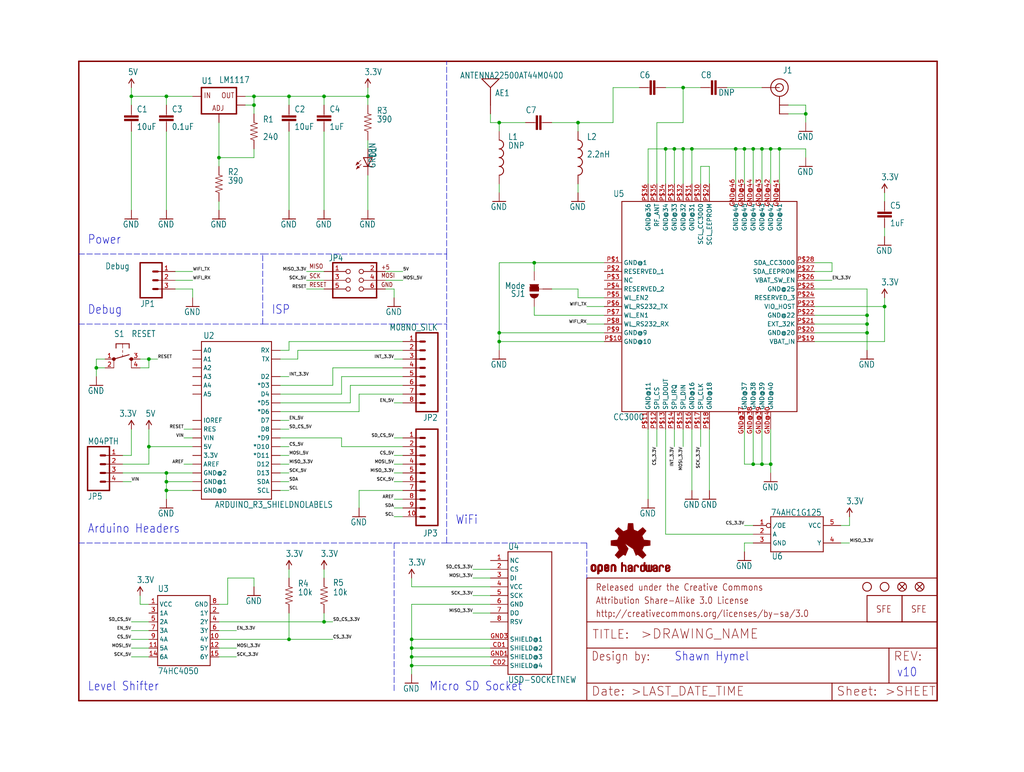
<source format=kicad_sch>
(kicad_sch (version 20211123) (generator eeschema)
  (paper "User" 297.002 223.926)
  (lib_symbols
    (symbol "eagleSchem-eagle-import:3.3V" (power)
      (property "Value" "3.3V" (at -1.016 3.556 0))
      (symbol "3.3V_1_0"
        (pin power_in line (at 0 0 90) (length 2.54) (name "3.3V") (number "1"))
      )
    )
    (symbol "eagleSchem-eagle-import:5V" (power)
      (property "Value" "5V" (at -1.016 3.556 0))
      (symbol "5V_1_0"
        (pin power_in line (at 0 0 90) (length 2.54) (name "5V") (number "1"))
      )
    )
    (symbol "eagleSchem-eagle-import:74AHC1G125"
      (property "Reference" "U" (at -7.366 -7.366 0))
      (property "Value" "74AHC1G125" (at -7.62 5.334 0))
      (symbol "74AHC1G125_1_0"
        (pin bidirectional inverted (at -12.7 2.54 0) (length 5.08) (name "/OE") (number "1"))
        (pin bidirectional line (at -12.7 0 0) (length 5.08) (name "A") (number "2"))
        (pin bidirectional line (at -12.7 -2.54 0) (length 5.08) (name "GND") (number "3"))
        (pin bidirectional line (at 12.7 -2.54 180) (length 5.08) (name "Y") (number "4"))
        (pin bidirectional line (at 12.7 2.54 180) (length 5.08) (name "VCC") (number "5"))
      )
    )
    (symbol "eagleSchem-eagle-import:ANTENNA22500AT44M0400"
      (property "Value" "ANTENNA22500AT44M0400" (at 1.27 -2.54 0))
      (symbol "ANTENNA22500AT44M0400_1_0"
        (pin bidirectional line (at 0 -5.08 90) (length 2.54) (name "SIGNAL") (number "FEED"))
      )
    )
    (symbol "eagleSchem-eagle-import:ARDUINO_R3_SHIELDNOLABELS"
      (property "Value" "ARDUINO_R3_SHIELDNOLABELS" (at -6.35 -27.94 0))
      (symbol "ARDUINO_R3_SHIELDNOLABELS_1_0"
        (pin bidirectional line (at -12.7 -12.7 0) (length 2.54) (name "3.3V") (number "3.3V"))
        (pin bidirectional line (at -12.7 -10.16 0) (length 2.54) (name "5V") (number "5V"))
        (pin bidirectional line (at -12.7 17.78 0) (length 2.54) (name "A0") (number "A0"))
        (pin bidirectional line (at -12.7 15.24 0) (length 2.54) (name "A1") (number "A1"))
        (pin bidirectional line (at -12.7 12.7 0) (length 2.54) (name "A2") (number "A2"))
        (pin bidirectional line (at -12.7 10.16 0) (length 2.54) (name "A3") (number "A3"))
        (pin bidirectional line (at -12.7 7.62 0) (length 2.54) (name "A4") (number "A4"))
        (pin bidirectional line (at -12.7 5.08 0) (length 2.54) (name "A5") (number "A5"))
        (pin bidirectional line (at -12.7 -15.24 0) (length 2.54) (name "AREF") (number "AREF"))
        (pin bidirectional line (at 12.7 -10.16 180) (length 2.54) (name "*D10") (number "D10"))
        (pin bidirectional line (at 12.7 -12.7 180) (length 2.54) (name "*D11") (number "D11"))
        (pin bidirectional line (at 12.7 -15.24 180) (length 2.54) (name "D12") (number "D12"))
        (pin bidirectional line (at 12.7 -17.78 180) (length 2.54) (name "D13") (number "D13"))
        (pin bidirectional line (at 12.7 10.16 180) (length 2.54) (name "D2") (number "D2"))
        (pin bidirectional line (at 12.7 7.62 180) (length 2.54) (name "*D3") (number "D3"))
        (pin bidirectional line (at 12.7 5.08 180) (length 2.54) (name "D4") (number "D4"))
        (pin bidirectional line (at 12.7 2.54 180) (length 2.54) (name "*D5") (number "D5"))
        (pin bidirectional line (at 12.7 0 180) (length 2.54) (name "*D6") (number "D6"))
        (pin bidirectional line (at 12.7 -2.54 180) (length 2.54) (name "D7") (number "D7"))
        (pin bidirectional line (at 12.7 -5.08 180) (length 2.54) (name "D8") (number "D8"))
        (pin bidirectional line (at 12.7 -7.62 180) (length 2.54) (name "*D9") (number "D9"))
        (pin bidirectional line (at -12.7 -22.86 0) (length 2.54) (name "GND@0") (number "GND@0"))
        (pin bidirectional line (at -12.7 -20.32 0) (length 2.54) (name "GND@1") (number "GND@1"))
        (pin bidirectional line (at -12.7 -17.78 0) (length 2.54) (name "GND@2") (number "GND@2"))
        (pin bidirectional line (at -12.7 -2.54 0) (length 2.54) (name "IOREF") (number "IOREF"))
        (pin bidirectional line (at -12.7 -5.08 0) (length 2.54) (name "RES") (number "RES"))
        (pin bidirectional line (at 12.7 17.78 180) (length 2.54) (name "RX") (number "RX"))
        (pin bidirectional line (at 12.7 -22.86 180) (length 2.54) (name "SCL") (number "SCL"))
        (pin bidirectional line (at 12.7 -20.32 180) (length 2.54) (name "SDA") (number "SDA"))
        (pin bidirectional line (at 12.7 15.24 180) (length 2.54) (name "TX") (number "TX"))
        (pin bidirectional line (at -12.7 -7.62 0) (length 2.54) (name "VIN") (number "VIN"))
      )
    )
    (symbol "eagleSchem-eagle-import:AVR_SPI_PRG_6PTH"
      (property "Reference" "J" (at -4.318 5.842 0))
      (property "Value" "AVR_SPI_PRG_6PTH" (at -4.064 -7.62 0))
      (symbol "AVR_SPI_PRG_6PTH_1_0"
        (text "+5" (at 8.89 3.048 0) (effects (font (size 1.27 1.0795)) (justify left bottom)))
        (text "GND" (at 8.89 -2.032 0) (effects (font (size 1.27 1.0795)) (justify left bottom)))
        (text "MISO" (at -11.938 3.302 0) (effects (font (size 1.27 1.0795)) (justify left bottom)))
        (text "MOSI" (at 8.89 0.635 0) (effects (font (size 1.27 1.0795)) (justify left bottom)))
        (text "RESET" (at -11.938 -2.032 0) (effects (font (size 1.27 1.0795)) (justify left bottom)))
        (text "SCK" (at -11.938 0.508 0) (effects (font (size 1.27 1.0795)) (justify left bottom)))
        (pin passive inverted (at -7.62 2.54 0) (length 7.62) (name "1") (number "1"))
        (pin passive inverted (at 10.16 2.54 180) (length 7.62) (name "2") (number "2"))
        (pin passive inverted (at -7.62 0 0) (length 7.62) (name "3") (number "3"))
        (pin passive inverted (at 10.16 0 180) (length 7.62) (name "4") (number "4"))
        (pin passive inverted (at -7.62 -2.54 0) (length 7.62) (name "5") (number "5"))
        (pin passive inverted (at 10.16 -2.54 180) (length 7.62) (name "6") (number "6"))
      )
    )
    (symbol "eagleSchem-eagle-import:CAP0603-CAP"
      (property "Reference" "C" (at 1.524 2.921 0))
      (property "Value" "CAP0603-CAP" (at 1.524 -2.159 0))
      (symbol "CAP0603-CAP_1_0"
        (pin passive line (at 0 5.08 270) (length 2.54) (name "1") (number "1"))
        (pin passive line (at 0 -2.54 90) (length 2.54) (name "2") (number "2"))
      )
    )
    (symbol "eagleSchem-eagle-import:CAP0805"
      (property "Reference" "C" (at 1.524 2.921 0))
      (property "Value" "CAP0805" (at 1.524 -2.159 0))
      (symbol "CAP0805_1_0"
        (pin passive line (at 0 5.08 270) (length 2.54) (name "1") (number "1"))
        (pin passive line (at 0 -2.54 90) (length 2.54) (name "2") (number "2"))
      )
    )
    (symbol "eagleSchem-eagle-import:CC3000"
      (property "Value" "CC3000" (at -27.94 -33.02 0))
      (symbol "CC3000_1_0"
        (pin bidirectional line (at 10.16 -35.56 90) (length 5.08) (name "GND@37") (number "GND@37"))
        (pin bidirectional line (at 12.7 -35.56 90) (length 5.08) (name "GND@38") (number "GND@38"))
        (pin bidirectional line (at 15.24 -35.56 90) (length 5.08) (name "GND@39") (number "GND@39"))
        (pin bidirectional line (at 17.78 -35.56 90) (length 5.08) (name "GND@40") (number "GND@40"))
        (pin bidirectional line (at 20.32 35.56 270) (length 5.08) (name "GND@41") (number "GND@41"))
        (pin bidirectional line (at 17.78 35.56 270) (length 5.08) (name "GND@42") (number "GND@42"))
        (pin bidirectional line (at 15.24 35.56 270) (length 5.08) (name "GND@43") (number "GND@43"))
        (pin bidirectional line (at 12.7 35.56 270) (length 5.08) (name "GND@44") (number "GND@44"))
        (pin bidirectional line (at 10.16 35.56 270) (length 5.08) (name "GND@45") (number "GND@45"))
        (pin bidirectional line (at 7.62 35.56 270) (length 5.08) (name "GND@46") (number "GND@46"))
        (pin bidirectional line (at -30.48 12.7 0) (length 5.08) (name "GND@1") (number "P$1"))
        (pin bidirectional line (at -30.48 -10.16 0) (length 5.08) (name "GND@10") (number "P$10"))
        (pin bidirectional line (at -17.78 -35.56 90) (length 5.08) (name "GND@11") (number "P$11"))
        (pin bidirectional line (at -15.24 -35.56 90) (length 5.08) (name "SPI_CS") (number "P$12"))
        (pin bidirectional line (at -12.7 -35.56 90) (length 5.08) (name "SPI_DOUT") (number "P$13"))
        (pin bidirectional line (at -10.16 -35.56 90) (length 5.08) (name "SPI_IRQ") (number "P$14"))
        (pin bidirectional line (at -7.62 -35.56 90) (length 5.08) (name "SPI_DIN") (number "P$15"))
        (pin bidirectional line (at -5.08 -35.56 90) (length 5.08) (name "GND@16") (number "P$16"))
        (pin bidirectional line (at -2.54 -35.56 90) (length 5.08) (name "SPI_CLK") (number "P$17"))
        (pin bidirectional line (at 0 -35.56 90) (length 5.08) (name "GND@18") (number "P$18"))
        (pin bidirectional line (at 30.48 -10.16 180) (length 5.08) (name "VBAT_IN") (number "P$19"))
        (pin bidirectional line (at -30.48 10.16 0) (length 5.08) (name "RESERVED_1") (number "P$2"))
        (pin bidirectional line (at 30.48 -7.62 180) (length 5.08) (name "GND@20") (number "P$20"))
        (pin bidirectional line (at 30.48 -5.08 180) (length 5.08) (name "EXT_32K") (number "P$21"))
        (pin bidirectional line (at 30.48 -2.54 180) (length 5.08) (name "GND@22") (number "P$22"))
        (pin bidirectional line (at 30.48 0 180) (length 5.08) (name "VIO_HOST") (number "P$23"))
        (pin bidirectional line (at 30.48 2.54 180) (length 5.08) (name "RESERVED_3") (number "P$24"))
        (pin bidirectional line (at 30.48 5.08 180) (length 5.08) (name "GND@25") (number "P$25"))
        (pin bidirectional line (at 30.48 7.62 180) (length 5.08) (name "VBAT_SW_EN") (number "P$26"))
        (pin bidirectional line (at 30.48 10.16 180) (length 5.08) (name "SDA_EEPROM") (number "P$27"))
        (pin bidirectional line (at 30.48 12.7 180) (length 5.08) (name "SDA_CC3000") (number "P$28"))
        (pin bidirectional line (at 0 35.56 270) (length 5.08) (name "SCL_EEPROM") (number "P$29"))
        (pin bidirectional line (at -30.48 7.62 0) (length 5.08) (name "NC") (number "P$3"))
        (pin bidirectional line (at -2.54 35.56 270) (length 5.08) (name "SCL_CC3000") (number "P$30"))
        (pin bidirectional line (at -5.08 35.56 270) (length 5.08) (name "GND@31") (number "P$31"))
        (pin bidirectional line (at -7.62 35.56 270) (length 5.08) (name "GND@32") (number "P$32"))
        (pin bidirectional line (at -10.16 35.56 270) (length 5.08) (name "GND@33") (number "P$33"))
        (pin bidirectional line (at -12.7 35.56 270) (length 5.08) (name "GND@34") (number "P$34"))
        (pin bidirectional line (at -15.24 35.56 270) (length 5.08) (name "RF_ANT") (number "P$35"))
        (pin bidirectional line (at -17.78 35.56 270) (length 5.08) (name "GND@36") (number "P$36"))
        (pin bidirectional line (at -30.48 5.08 0) (length 5.08) (name "RESERVED_2") (number "P$4"))
        (pin bidirectional line (at -30.48 2.54 0) (length 5.08) (name "WL_EN2") (number "P$5"))
        (pin bidirectional line (at -30.48 0 0) (length 5.08) (name "WL_RS232_TX") (number "P$6"))
        (pin bidirectional line (at -30.48 -2.54 0) (length 5.08) (name "WL_EN1") (number "P$7"))
        (pin bidirectional line (at -30.48 -5.08 0) (length 5.08) (name "WL_RS232_RX") (number "P$8"))
        (pin bidirectional line (at -30.48 -7.62 0) (length 5.08) (name "GND@9") (number "P$9"))
      )
    )
    (symbol "eagleSchem-eagle-import:FIDUCIAL1X2")
    (symbol "eagleSchem-eagle-import:FRAME-LETTER"
      (symbol "FRAME-LETTER_2_0"
        (text ">DRAWING_NAME" (at 15.494 17.78 0) (effects (font (size 2.7432 2.7432)) (justify left bottom)))
        (text ">LAST_DATE_TIME" (at 12.7 1.27 0) (effects (font (size 2.54 2.54)) (justify left bottom)))
        (text ">SHEET" (at 86.36 1.27 0) (effects (font (size 2.54 2.54)) (justify left bottom)))
        (text "Attribution Share-Alike 3.0 License" (at 2.54 27.94 0) (effects (font (size 1.9304 1.6408)) (justify left bottom)))
        (text "Date:" (at 1.27 1.27 0) (effects (font (size 2.54 2.54)) (justify left bottom)))
        (text "Design by:" (at 1.27 11.43 0) (effects (font (size 2.54 2.159)) (justify left bottom)))
        (text "http://creativecommons.org/licenses/by-sa/3.0" (at 2.54 24.13 0) (effects (font (size 1.9304 1.6408)) (justify left bottom)))
        (text "Released under the Creative Commons" (at 2.54 31.75 0) (effects (font (size 1.9304 1.6408)) (justify left bottom)))
        (text "REV:" (at 88.9 11.43 0) (effects (font (size 2.54 2.54)) (justify left bottom)))
        (text "Sheet:" (at 72.39 1.27 0) (effects (font (size 2.54 2.54)) (justify left bottom)))
        (text "TITLE:" (at 1.524 17.78 0) (effects (font (size 2.54 2.54)) (justify left bottom)))
      )
    )
    (symbol "eagleSchem-eagle-import:GND" (power)
      (property "Value" "GND" (at -2.54 -2.54 0))
      (symbol "GND_1_0"
        (pin power_in line (at 0 2.54 270) (length 2.54) (name "GND") (number "1"))
      )
    )
    (symbol "eagleSchem-eagle-import:HEX_CONVERTER"
      (property "Reference" "U" (at -7.62 10.16 0))
      (property "Value" "HEX_CONVERTER" (at -7.62 -12.7 0))
      (symbol "HEX_CONVERTER_1_0"
        (pin bidirectional line (at -10.16 7.62 0) (length 2.54) (name "VCC") (number "1"))
        (pin bidirectional line (at 10.16 -2.54 180) (length 2.54) (name "4Y") (number "10"))
        (pin bidirectional line (at -10.16 -5.08 0) (length 2.54) (name "5A") (number "11"))
        (pin bidirectional line (at 10.16 -5.08 180) (length 2.54) (name "5Y") (number "12"))
        (pin bidirectional line (at -10.16 -7.62 0) (length 2.54) (name "6A") (number "14"))
        (pin bidirectional line (at 10.16 -7.62 180) (length 2.54) (name "6Y") (number "15"))
        (pin bidirectional line (at 10.16 5.08 180) (length 2.54) (name "1Y") (number "2"))
        (pin bidirectional line (at -10.16 5.08 0) (length 2.54) (name "1A") (number "3"))
        (pin bidirectional line (at 10.16 2.54 180) (length 2.54) (name "2Y") (number "4"))
        (pin bidirectional line (at -10.16 2.54 0) (length 2.54) (name "2A") (number "5"))
        (pin bidirectional line (at 10.16 0 180) (length 2.54) (name "3Y") (number "6"))
        (pin bidirectional line (at -10.16 0 0) (length 2.54) (name "3A") (number "7"))
        (pin bidirectional line (at 10.16 7.62 180) (length 2.54) (name "GND") (number "8"))
        (pin bidirectional line (at -10.16 -2.54 0) (length 2.54) (name "4A") (number "9"))
      )
    )
    (symbol "eagleSchem-eagle-import:INDUCTOR0603"
      (property "Reference" "L" (at 2.54 5.08 0))
      (property "Value" "INDUCTOR0603" (at 2.54 -5.08 0))
      (symbol "INDUCTOR0603_1_0"
        (pin passive line (at 0 7.62 270) (length 2.54) (name "1") (number "1"))
        (pin passive line (at 0 -7.62 90) (length 2.54) (name "2") (number "2"))
      )
    )
    (symbol "eagleSchem-eagle-import:LED-GREEN0603"
      (property "Reference" "D" (at 3.556 -4.572 90))
      (property "Value" "LED-GREEN0603" (at 5.715 -4.572 90))
      (symbol "LED-GREEN0603_1_0"
        (pin passive line (at 0 2.54 270) (length 2.54) (name "A") (number "A"))
        (pin passive line (at 0 -5.08 90) (length 2.54) (name "C") (number "C"))
      )
    )
    (symbol "eagleSchem-eagle-import:LOGO-SFENEW"
      (symbol "LOGO-SFENEW_1_0"
        (text "SFE" (at 0 0 0) (effects (font (size 1.9304 1.6408)) (justify left bottom)))
      )
    )
    (symbol "eagleSchem-eagle-import:LOGO-SFESK"
      (symbol "LOGO-SFESK_1_0"
        (text "SFE" (at 0 0 0) (effects (font (size 1.9304 1.6408)) (justify left bottom)))
      )
    )
    (symbol "eagleSchem-eagle-import:M03PTH"
      (property "Reference" "JP" (at -2.54 5.842 0))
      (property "Value" "M03PTH" (at -2.54 -7.62 0))
      (symbol "M03PTH_1_0"
        (pin passive line (at 7.62 -2.54 180) (length 5.08) (name "1") (number "1"))
        (pin passive line (at 7.62 0 180) (length 5.08) (name "2") (number "2"))
        (pin passive line (at 7.62 2.54 180) (length 5.08) (name "3") (number "3"))
      )
    )
    (symbol "eagleSchem-eagle-import:M04PTH"
      (property "Reference" "JP" (at -5.08 8.382 0))
      (property "Value" "M04PTH" (at -5.08 -7.62 0))
      (symbol "M04PTH_1_0"
        (pin passive line (at 5.08 -2.54 180) (length 5.08) (name "1") (number "1"))
        (pin passive line (at 5.08 0 180) (length 5.08) (name "2") (number "2"))
        (pin passive line (at 5.08 2.54 180) (length 5.08) (name "3") (number "3"))
        (pin passive line (at 5.08 5.08 180) (length 5.08) (name "4") (number "4"))
      )
    )
    (symbol "eagleSchem-eagle-import:M08NO_SILK"
      (property "Reference" "JP" (at -5.08 13.462 0))
      (property "Value" "M08NO_SILK" (at -5.08 -12.7 0))
      (symbol "M08NO_SILK_1_0"
        (pin passive line (at 5.08 -7.62 180) (length 5.08) (name "1") (number "1"))
        (pin passive line (at 5.08 -5.08 180) (length 5.08) (name "2") (number "2"))
        (pin passive line (at 5.08 -2.54 180) (length 5.08) (name "3") (number "3"))
        (pin passive line (at 5.08 0 180) (length 5.08) (name "4") (number "4"))
        (pin passive line (at 5.08 2.54 180) (length 5.08) (name "5") (number "5"))
        (pin passive line (at 5.08 5.08 180) (length 5.08) (name "6") (number "6"))
        (pin passive line (at 5.08 7.62 180) (length 5.08) (name "7") (number "7"))
        (pin passive line (at 5.08 10.16 180) (length 5.08) (name "8") (number "8"))
      )
    )
    (symbol "eagleSchem-eagle-import:M10NO_SILK"
      (property "Reference" "JP" (at 0 8.89 0))
      (property "Value" "M10NO_SILK" (at 0 -22.86 0))
      (symbol "M10NO_SILK_1_0"
        (pin passive line (at 10.16 -17.78 180) (length 5.08) (name "1") (number "1"))
        (pin passive line (at 10.16 5.08 180) (length 5.08) (name "10") (number "10"))
        (pin passive line (at 10.16 -15.24 180) (length 5.08) (name "2") (number "2"))
        (pin passive line (at 10.16 -12.7 180) (length 5.08) (name "3") (number "3"))
        (pin passive line (at 10.16 -10.16 180) (length 5.08) (name "4") (number "4"))
        (pin passive line (at 10.16 -7.62 180) (length 5.08) (name "5") (number "5"))
        (pin passive line (at 10.16 -5.08 180) (length 5.08) (name "6") (number "6"))
        (pin passive line (at 10.16 -2.54 180) (length 5.08) (name "7") (number "7"))
        (pin passive line (at 10.16 0 180) (length 5.08) (name "8") (number "8"))
        (pin passive line (at 10.16 2.54 180) (length 5.08) (name "9") (number "9"))
      )
    )
    (symbol "eagleSchem-eagle-import:OSHW-LOGOS")
    (symbol "eagleSchem-eagle-import:RESISTOR0603"
      (property "Reference" "R" (at -3.81 1.4986 0))
      (property "Value" "RESISTOR0603" (at -3.81 -3.302 0))
      (symbol "RESISTOR0603_1_0"
        (pin passive line (at -5.08 0 0) (length 2.54) (name "1") (number "1"))
        (pin passive line (at 5.08 0 180) (length 2.54) (name "2") (number "2"))
      )
    )
    (symbol "eagleSchem-eagle-import:RESISTOR0603-RES"
      (property "Reference" "R" (at -3.81 1.4986 0))
      (property "Value" "RESISTOR0603-RES" (at -3.81 -3.302 0))
      (symbol "RESISTOR0603-RES_1_0"
        (pin passive line (at -5.08 0 0) (length 2.54) (name "1") (number "1"))
        (pin passive line (at 5.08 0 180) (length 2.54) (name "2") (number "2"))
      )
    )
    (symbol "eagleSchem-eagle-import:SOLDERJUMPER_2WAYPASTE1&2"
      (property "Reference" "SJ" (at 2.54 0.381 0))
      (property "Value" "SOLDERJUMPER_2WAYPASTE1&2" (at 2.54 -1.905 0))
      (symbol "SOLDERJUMPER_2WAYPASTE1&2_1_0"
        (pin passive line (at 0 5.08 270) (length 2.54) (name "1") (number "1"))
        (pin passive line (at -5.08 0 0) (length 2.54) (name "2") (number "2"))
        (pin passive line (at 0 -5.08 90) (length 2.54) (name "3") (number "3"))
      )
    )
    (symbol "eagleSchem-eagle-import:STAND-OFF")
    (symbol "eagleSchem-eagle-import:TAC_SWITCHSMD"
      (property "Reference" "S" (at -2.54 6.35 0))
      (property "Value" "TAC_SWITCHSMD" (at -2.54 -6.35 0))
      (symbol "TAC_SWITCHSMD_1_0"
        (pin passive line (at -5.08 0 0) (length 2.54) (name "1") (number "1"))
        (pin passive line (at -5.08 -2.54 0) (length 2.54) (name "2") (number "2"))
        (pin passive line (at 5.08 0 180) (length 2.54) (name "3") (number "3"))
        (pin passive line (at 5.08 -2.54 180) (length 2.54) (name "4") (number "4"))
      )
    )
    (symbol "eagleSchem-eagle-import:U.FL"
      (property "Reference" "J" (at -3.81 4.064 0))
      (symbol "U.FL_1_0"
        (pin bidirectional line (at -2.54 -5.08 0) (length 2.54) (name "GND@0") (number "P$1"))
        (pin bidirectional line (at -2.54 -7.62 0) (length 2.54) (name "GND@1") (number "P$2"))
        (pin bidirectional line (at 5.08 0 180) (length 5.08) (name "SIGNAL") (number "P$3"))
      )
    )
    (symbol "eagleSchem-eagle-import:USD-SOCKETNEW"
      (property "Reference" "U" (at -2.54 15.748 0))
      (property "Value" "USD-SOCKETNEW" (at -2.54 -22.86 0))
      (symbol "USD-SOCKETNEW_1_0"
        (pin bidirectional line (at -7.62 12.7 0) (length 5.08) (name "NC") (number "1"))
        (pin bidirectional line (at -7.62 10.16 0) (length 5.08) (name "CS") (number "2"))
        (pin bidirectional line (at -7.62 7.62 0) (length 5.08) (name "DI") (number "3"))
        (pin bidirectional line (at -7.62 5.08 0) (length 5.08) (name "VCC") (number "4"))
        (pin bidirectional line (at -7.62 2.54 0) (length 5.08) (name "SCK") (number "5"))
        (pin bidirectional line (at -7.62 0 0) (length 5.08) (name "GND") (number "6"))
        (pin bidirectional line (at -7.62 -2.54 0) (length 5.08) (name "DO") (number "7"))
        (pin bidirectional line (at -7.62 -5.08 0) (length 5.08) (name "RSV") (number "8"))
        (pin bidirectional line (at -7.62 -12.7 0) (length 5.08) (name "SHIELD@2") (number "CD1"))
        (pin bidirectional line (at -7.62 -17.78 0) (length 5.08) (name "SHIELD@4") (number "CD2"))
        (pin bidirectional line (at -7.62 -15.24 0) (length 5.08) (name "SHIELD@3") (number "GND1"))
        (pin bidirectional line (at -7.62 -10.16 0) (length 5.08) (name "SHIELD@1") (number "GND3"))
      )
    )
    (symbol "eagleSchem-eagle-import:V_REG_LM1117SOT223"
      (property "Reference" "IC" (at 2.54 -7.62 0))
      (property "Value" "V_REG_LM1117SOT223" (at 2.54 -10.16 0))
      (symbol "V_REG_LM1117SOT223_1_0"
        (text "ADJ" (at -2.032 -4.318 0) (effects (font (size 1.524 1.2954)) (justify left bottom)))
        (text "IN" (at -4.445 -0.635 0) (effects (font (size 1.524 1.2954)) (justify left bottom)))
        (text "OUT" (at 0.635 -0.635 0) (effects (font (size 1.524 1.2954)) (justify left bottom)))
        (pin input line (at 0 -7.62 90) (length 2.54) (name "ADJ") (number "1"))
        (pin output line (at 7.62 0 180) (length 2.54) (name "OUT") (number "2"))
        (pin input line (at -7.62 0 0) (length 2.54) (name "IN") (number "3"))
        (pin output line (at 7.62 -2.54 180) (length 2.54) (name "OUT@1") (number "4"))
      )
    )
  )
  (junction (at 218.44 43.18))
  (junction (at 256.54 88.9))
  (junction (at 48.26 142.24))
  (junction (at 144.78 35.56))
  (junction (at 193.04 43.18))
  (junction (at 48.26 139.7))
  (junction (at 223.52 43.18))
  (junction (at 119.38 190.5))
  (junction (at 93.98 180.34))
  (junction (at 220.98 134.62))
  (junction (at 106.68 27.94))
  (junction (at 93.98 27.94))
  (junction (at 144.78 96.52))
  (junction (at 198.12 43.18))
  (junction (at 63.5 45.72))
  (junction (at 27.94 106.68))
  (junction (at 43.18 129.54))
  (junction (at 251.46 91.44))
  (junction (at 119.38 187.96))
  (junction (at 73.66 27.94))
  (junction (at 83.82 185.42))
  (junction (at 48.26 137.16))
  (junction (at 48.26 27.94))
  (junction (at 119.38 193.04))
  (junction (at 226.06 43.18))
  (junction (at 73.66 30.48))
  (junction (at 218.44 134.62))
  (junction (at 83.82 27.94))
  (junction (at 200.66 43.18))
  (junction (at 251.46 93.98))
  (junction (at 251.46 96.52))
  (junction (at 144.78 99.06))
  (junction (at 154.94 76.2))
  (junction (at 119.38 185.42))
  (junction (at 198.12 25.4))
  (junction (at 223.52 134.62))
  (junction (at 167.64 35.56))
  (junction (at 213.36 43.18))
  (junction (at 220.98 43.18))
  (junction (at 233.68 33.02))
  (junction (at 43.18 104.14))
  (junction (at 215.9 43.18))
  (junction (at 195.58 43.18))
  (junction (at 38.1 27.94))
  (wire (pts (xy 81.28 142.24) (xy 83.82 142.24)))
  (wire (pts (xy 119.38 193.04) (xy 119.38 195.58)))
  (wire (pts (xy 38.1 132.08) (xy 38.1 124.46)))
  (wire (pts (xy 218.44 53.34) (xy 218.44 43.18)))
  (wire (pts (xy 142.24 185.42) (xy 119.38 185.42)))
  (polyline (pts (xy 129.54 93.98) (xy 129.54 157.48)))
  (wire (pts (xy 63.5 182.88) (xy 68.58 182.88)))
  (wire (pts (xy 48.26 30.48) (xy 48.26 27.94)))
  (wire (pts (xy 256.54 99.06) (xy 256.54 88.9)))
  (wire (pts (xy 50.8 81.28) (xy 55.88 81.28)))
  (wire (pts (xy 81.28 137.16) (xy 83.82 137.16)))
  (wire (pts (xy 63.5 175.26) (xy 66.04 175.26)))
  (polyline (pts (xy 129.54 157.48) (xy 170.18 157.48)))
  (wire (pts (xy 256.54 55.88) (xy 256.54 58.42)))
  (wire (pts (xy 198.12 124.46) (xy 198.12 129.54)))
  (wire (pts (xy 220.98 43.18) (xy 223.52 43.18)))
  (wire (pts (xy 256.54 66.04) (xy 256.54 68.58)))
  (wire (pts (xy 73.66 30.48) (xy 73.66 33.02)))
  (wire (pts (xy 83.82 99.06) (xy 116.84 99.06)))
  (wire (pts (xy 86.36 101.6) (xy 116.84 101.6)))
  (wire (pts (xy 154.94 91.44) (xy 175.26 91.44)))
  (wire (pts (xy 220.98 53.34) (xy 220.98 43.18)))
  (wire (pts (xy 83.82 101.6) (xy 83.82 99.06)))
  (wire (pts (xy 142.24 172.72) (xy 137.16 172.72)))
  (wire (pts (xy 73.66 43.18) (xy 73.66 45.72)))
  (wire (pts (xy 106.68 25.4) (xy 106.68 27.94)))
  (wire (pts (xy 144.78 76.2) (xy 144.78 96.52)))
  (wire (pts (xy 55.88 127) (xy 53.34 127)))
  (wire (pts (xy 193.04 154.94) (xy 193.04 124.46)))
  (wire (pts (xy 236.22 99.06) (xy 256.54 99.06)))
  (wire (pts (xy 43.18 175.26) (xy 40.64 175.26)))
  (wire (pts (xy 27.94 104.14) (xy 27.94 106.68)))
  (wire (pts (xy 73.66 167.64) (xy 73.66 170.18)))
  (wire (pts (xy 218.44 152.4) (xy 215.9 152.4)))
  (wire (pts (xy 104.14 119.38) (xy 104.14 114.3)))
  (wire (pts (xy 251.46 93.98) (xy 251.46 96.52)))
  (wire (pts (xy 43.18 129.54) (xy 43.18 124.46)))
  (wire (pts (xy 83.82 177.8) (xy 83.82 185.42)))
  (wire (pts (xy 35.56 132.08) (xy 38.1 132.08)))
  (wire (pts (xy 111.76 78.74) (xy 116.84 78.74)))
  (wire (pts (xy 40.64 175.26) (xy 40.64 172.72)))
  (wire (pts (xy 200.66 53.34) (xy 200.66 43.18)))
  (wire (pts (xy 63.5 190.5) (xy 68.58 190.5)))
  (wire (pts (xy 81.28 127) (xy 99.06 127)))
  (wire (pts (xy 116.84 104.14) (xy 114.3 104.14)))
  (wire (pts (xy 195.58 124.46) (xy 195.58 129.54)))
  (wire (pts (xy 175.26 88.9) (xy 170.18 88.9)))
  (wire (pts (xy 116.84 134.62) (xy 114.3 134.62)))
  (wire (pts (xy 48.26 38.1) (xy 48.26 60.96)))
  (wire (pts (xy 218.44 124.46) (xy 218.44 134.62)))
  (wire (pts (xy 83.82 27.94) (xy 93.98 27.94)))
  (wire (pts (xy 55.88 83.82) (xy 55.88 86.36)))
  (wire (pts (xy 142.24 190.5) (xy 119.38 190.5)))
  (wire (pts (xy 190.5 35.56) (xy 198.12 35.56)))
  (wire (pts (xy 251.46 83.82) (xy 251.46 91.44)))
  (wire (pts (xy 213.36 53.34) (xy 213.36 43.18)))
  (wire (pts (xy 81.28 139.7) (xy 83.82 139.7)))
  (polyline (pts (xy 76.2 93.98) (xy 76.2 73.66)))
  (wire (pts (xy 223.52 134.62) (xy 223.52 124.46)))
  (wire (pts (xy 256.54 88.9) (xy 256.54 86.36)))
  (wire (pts (xy 63.5 185.42) (xy 83.82 185.42)))
  (wire (pts (xy 106.68 50.8) (xy 106.68 60.96)))
  (wire (pts (xy 35.56 137.16) (xy 48.26 137.16)))
  (wire (pts (xy 215.9 43.18) (xy 218.44 43.18)))
  (wire (pts (xy 223.52 134.62) (xy 223.52 137.16)))
  (wire (pts (xy 63.5 45.72) (xy 63.5 48.26)))
  (wire (pts (xy 43.18 180.34) (xy 38.1 180.34)))
  (wire (pts (xy 203.2 124.46) (xy 203.2 129.54)))
  (polyline (pts (xy 114.3 157.48) (xy 114.3 200.66)))
  (wire (pts (xy 55.88 134.62) (xy 53.34 134.62)))
  (wire (pts (xy 63.5 58.42) (xy 63.5 60.96)))
  (wire (pts (xy 116.84 116.84) (xy 114.3 116.84)))
  (wire (pts (xy 116.84 149.86) (xy 114.3 149.86)))
  (wire (pts (xy 236.22 81.28) (xy 241.3 81.28)))
  (wire (pts (xy 86.36 104.14) (xy 86.36 101.6)))
  (polyline (pts (xy 22.86 157.48) (xy 114.3 157.48)))
  (wire (pts (xy 55.88 137.16) (xy 48.26 137.16)))
  (wire (pts (xy 38.1 30.48) (xy 38.1 27.94)))
  (wire (pts (xy 30.48 106.68) (xy 27.94 106.68)))
  (wire (pts (xy 215.9 124.46) (xy 215.9 134.62)))
  (wire (pts (xy 99.06 114.3) (xy 99.06 109.22)))
  (wire (pts (xy 193.04 43.18) (xy 195.58 43.18)))
  (wire (pts (xy 167.64 35.56) (xy 160.02 35.56)))
  (wire (pts (xy 71.12 30.48) (xy 73.66 30.48)))
  (wire (pts (xy 144.78 53.34) (xy 144.78 55.88)))
  (wire (pts (xy 233.68 30.48) (xy 233.68 33.02)))
  (wire (pts (xy 218.44 43.18) (xy 220.98 43.18)))
  (wire (pts (xy 27.94 106.68) (xy 27.94 109.22)))
  (wire (pts (xy 81.28 129.54) (xy 83.82 129.54)))
  (wire (pts (xy 215.9 53.34) (xy 215.9 43.18)))
  (wire (pts (xy 71.12 27.94) (xy 73.66 27.94)))
  (wire (pts (xy 30.48 104.14) (xy 27.94 104.14)))
  (wire (pts (xy 205.74 142.24) (xy 205.74 124.46)))
  (wire (pts (xy 66.04 167.64) (xy 73.66 167.64)))
  (wire (pts (xy 81.28 124.46) (xy 83.82 124.46)))
  (wire (pts (xy 43.18 134.62) (xy 43.18 129.54)))
  (wire (pts (xy 241.3 76.2) (xy 241.3 78.74)))
  (wire (pts (xy 55.88 139.7) (xy 48.26 139.7)))
  (wire (pts (xy 93.98 180.34) (xy 96.52 180.34)))
  (wire (pts (xy 218.44 134.62) (xy 220.98 134.62)))
  (wire (pts (xy 43.18 104.14) (xy 45.72 104.14)))
  (wire (pts (xy 187.96 53.34) (xy 187.96 43.18)))
  (wire (pts (xy 93.98 83.82) (xy 88.9 83.82)))
  (wire (pts (xy 48.26 139.7) (xy 48.26 142.24)))
  (wire (pts (xy 200.66 43.18) (xy 213.36 43.18)))
  (wire (pts (xy 142.24 165.1) (xy 137.16 165.1)))
  (polyline (pts (xy 76.2 73.66) (xy 129.54 73.66)))
  (wire (pts (xy 228.6 30.48) (xy 233.68 30.48)))
  (wire (pts (xy 142.24 175.26) (xy 119.38 175.26)))
  (wire (pts (xy 175.26 96.52) (xy 144.78 96.52)))
  (wire (pts (xy 226.06 43.18) (xy 233.68 43.18)))
  (wire (pts (xy 198.12 35.56) (xy 198.12 25.4)))
  (wire (pts (xy 93.98 30.48) (xy 93.98 27.94)))
  (wire (pts (xy 63.5 180.34) (xy 93.98 180.34)))
  (wire (pts (xy 116.84 127) (xy 114.3 127)))
  (wire (pts (xy 93.98 177.8) (xy 93.98 180.34)))
  (wire (pts (xy 116.84 147.32) (xy 114.3 147.32)))
  (wire (pts (xy 154.94 76.2) (xy 144.78 76.2)))
  (wire (pts (xy 154.94 88.9) (xy 154.94 91.44)))
  (wire (pts (xy 99.06 129.54) (xy 116.84 129.54)))
  (wire (pts (xy 223.52 43.18) (xy 226.06 43.18)))
  (polyline (pts (xy 170.18 157.48) (xy 170.18 167.64)))
  (wire (pts (xy 81.28 109.22) (xy 83.82 109.22)))
  (wire (pts (xy 210.82 25.4) (xy 220.98 25.4)))
  (wire (pts (xy 152.4 35.56) (xy 144.78 35.56)))
  (wire (pts (xy 203.2 53.34) (xy 203.2 48.26)))
  (wire (pts (xy 236.22 76.2) (xy 241.3 76.2)))
  (wire (pts (xy 116.84 137.16) (xy 114.3 137.16)))
  (wire (pts (xy 81.28 101.6) (xy 83.82 101.6)))
  (polyline (pts (xy 114.3 157.48) (xy 129.54 157.48)))
  (wire (pts (xy 144.78 99.06) (xy 144.78 101.6)))
  (wire (pts (xy 175.26 76.2) (xy 154.94 76.2)))
  (wire (pts (xy 43.18 185.42) (xy 38.1 185.42)))
  (wire (pts (xy 116.84 142.24) (xy 104.14 142.24)))
  (wire (pts (xy 116.84 132.08) (xy 114.3 132.08)))
  (wire (pts (xy 116.84 139.7) (xy 114.3 139.7)))
  (wire (pts (xy 218.44 157.48) (xy 215.9 157.48)))
  (wire (pts (xy 119.38 170.18) (xy 119.38 167.64)))
  (wire (pts (xy 81.28 114.3) (xy 99.06 114.3)))
  (wire (pts (xy 236.22 83.82) (xy 251.46 83.82)))
  (wire (pts (xy 83.82 27.94) (xy 83.82 30.48)))
  (polyline (pts (xy 129.54 73.66) (xy 129.54 93.98)))
  (wire (pts (xy 167.64 86.36) (xy 167.64 83.82)))
  (wire (pts (xy 144.78 35.56) (xy 142.24 35.56)))
  (wire (pts (xy 220.98 134.62) (xy 223.52 134.62)))
  (wire (pts (xy 104.14 114.3) (xy 116.84 114.3)))
  (wire (pts (xy 55.88 124.46) (xy 53.34 124.46)))
  (wire (pts (xy 63.5 187.96) (xy 68.58 187.96)))
  (wire (pts (xy 215.9 134.62) (xy 218.44 134.62)))
  (wire (pts (xy 83.82 38.1) (xy 83.82 60.96)))
  (wire (pts (xy 81.28 121.92) (xy 83.82 121.92)))
  (wire (pts (xy 43.18 106.68) (xy 43.18 104.14)))
  (wire (pts (xy 205.74 48.26) (xy 205.74 53.34)))
  (wire (pts (xy 236.22 93.98) (xy 251.46 93.98)))
  (wire (pts (xy 83.82 167.64) (xy 83.82 165.1)))
  (wire (pts (xy 104.14 142.24) (xy 104.14 147.32)))
  (wire (pts (xy 81.28 111.76) (xy 96.52 111.76)))
  (wire (pts (xy 226.06 53.34) (xy 226.06 43.18)))
  (wire (pts (xy 48.26 142.24) (xy 48.26 144.78)))
  (wire (pts (xy 195.58 53.34) (xy 195.58 43.18)))
  (wire (pts (xy 215.9 157.48) (xy 215.9 160.02)))
  (wire (pts (xy 198.12 53.34) (xy 198.12 43.18)))
  (wire (pts (xy 101.6 116.84) (xy 101.6 111.76)))
  (wire (pts (xy 198.12 25.4) (xy 193.04 25.4)))
  (polyline (pts (xy 129.54 73.66) (xy 129.54 17.78)))
  (wire (pts (xy 251.46 96.52) (xy 251.46 101.6)))
  (wire (pts (xy 93.98 27.94) (xy 106.68 27.94)))
  (wire (pts (xy 243.84 157.48) (xy 246.38 157.48)))
  (wire (pts (xy 55.88 129.54) (xy 43.18 129.54)))
  (wire (pts (xy 63.5 35.56) (xy 63.5 45.72)))
  (wire (pts (xy 142.24 35.56) (xy 142.24 33.02)))
  (wire (pts (xy 81.28 132.08) (xy 83.82 132.08)))
  (wire (pts (xy 43.18 190.5) (xy 38.1 190.5)))
  (wire (pts (xy 43.18 187.96) (xy 38.1 187.96)))
  (wire (pts (xy 119.38 187.96) (xy 119.38 190.5)))
  (wire (pts (xy 200.66 124.46) (xy 200.66 142.24)))
  (wire (pts (xy 243.84 152.4) (xy 246.38 152.4)))
  (wire (pts (xy 38.1 38.1) (xy 38.1 60.96)))
  (wire (pts (xy 203.2 48.26) (xy 205.74 48.26)))
  (wire (pts (xy 81.28 104.14) (xy 86.36 104.14)))
  (wire (pts (xy 175.26 93.98) (xy 170.18 93.98)))
  (wire (pts (xy 228.6 33.02) (xy 233.68 33.02)))
  (wire (pts (xy 218.44 154.94) (xy 193.04 154.94)))
  (wire (pts (xy 190.5 53.34) (xy 190.5 35.56)))
  (wire (pts (xy 50.8 78.74) (xy 55.88 78.74)))
  (wire (pts (xy 96.52 111.76) (xy 96.52 106.68)))
  (wire (pts (xy 73.66 27.94) (xy 73.66 30.48)))
  (wire (pts (xy 198.12 43.18) (xy 200.66 43.18)))
  (wire (pts (xy 93.98 167.64) (xy 93.98 165.1)))
  (wire (pts (xy 50.8 83.82) (xy 55.88 83.82)))
  (wire (pts (xy 40.64 106.68) (xy 43.18 106.68)))
  (wire (pts (xy 193.04 53.34) (xy 193.04 43.18)))
  (wire (pts (xy 81.28 134.62) (xy 83.82 134.62)))
  (wire (pts (xy 101.6 111.76) (xy 116.84 111.76)))
  (wire (pts (xy 190.5 124.46) (xy 190.5 129.54)))
  (wire (pts (xy 195.58 43.18) (xy 198.12 43.18)))
  (wire (pts (xy 144.78 35.56) (xy 144.78 38.1)))
  (wire (pts (xy 99.06 109.22) (xy 116.84 109.22)))
  (wire (pts (xy 175.26 86.36) (xy 167.64 86.36)))
  (wire (pts (xy 106.68 27.94) (xy 106.68 30.48)))
  (wire (pts (xy 111.76 83.82) (xy 114.3 83.82)))
  (wire (pts (xy 48.26 137.16) (xy 48.26 139.7)))
  (wire (pts (xy 142.24 170.18) (xy 119.38 170.18)))
  (wire (pts (xy 220.98 124.46) (xy 220.98 134.62)))
  (wire (pts (xy 73.66 45.72) (xy 63.5 45.72)))
  (wire (pts (xy 73.66 27.94) (xy 83.82 27.94)))
  (wire (pts (xy 175.26 99.06) (xy 144.78 99.06)))
  (wire (pts (xy 48.26 27.94) (xy 55.88 27.94)))
  (wire (pts (xy 144.78 96.52) (xy 144.78 99.06)))
  (wire (pts (xy 187.96 43.18) (xy 193.04 43.18)))
  (wire (pts (xy 203.2 25.4) (xy 198.12 25.4)))
  (wire (pts (xy 96.52 106.68) (xy 116.84 106.68)))
  (wire (pts (xy 223.52 53.34) (xy 223.52 43.18)))
  (wire (pts (xy 236.22 91.44) (xy 251.46 91.44)))
  (wire (pts (xy 93.98 38.1) (xy 93.98 60.96)))
  (polyline (pts (xy 22.86 93.98) (xy 76.2 93.98)))
  (wire (pts (xy 116.84 144.78) (xy 114.3 144.78)))
  (wire (pts (xy 154.94 78.74) (xy 154.94 76.2)))
  (wire (pts (xy 119.38 190.5) (xy 119.38 193.04)))
  (wire (pts (xy 177.8 35.56) (xy 177.8 25.4)))
  (wire (pts (xy 99.06 127) (xy 99.06 129.54)))
  (wire (pts (xy 81.28 116.84) (xy 101.6 116.84)))
  (wire (pts (xy 81.28 119.38) (xy 104.14 119.38)))
  (wire (pts (xy 114.3 83.82) (xy 114.3 86.36)))
  (wire (pts (xy 38.1 27.94) (xy 48.26 27.94)))
  (wire (pts (xy 241.3 78.74) (xy 236.22 78.74)))
  (wire (pts (xy 119.38 185.42) (xy 119.38 187.96)))
  (wire (pts (xy 66.04 175.26) (xy 66.04 167.64)))
  (wire (pts (xy 83.82 185.42) (xy 96.52 185.42)))
  (wire (pts (xy 187.96 124.46) (xy 187.96 144.78)))
  (wire (pts (xy 119.38 175.26) (xy 119.38 185.42)))
  (polyline (pts (xy 22.86 73.66) (xy 76.2 73.66)))
  (wire (pts (xy 167.64 38.1) (xy 167.64 35.56)))
  (wire (pts (xy 55.88 142.24) (xy 48.26 142.24)))
  (wire (pts (xy 233.68 43.18) (xy 233.68 45.72)))
  (wire (pts (xy 167.64 83.82) (xy 160.02 83.82)))
  (wire (pts (xy 35.56 139.7) (xy 38.1 139.7)))
  (wire (pts (xy 111.76 81.28) (xy 116.84 81.28)))
  (wire (pts (xy 43.18 182.88) (xy 38.1 182.88)))
  (wire (pts (xy 35.56 134.62) (xy 43.18 134.62)))
  (wire (pts (xy 142.24 193.04) (xy 119.38 193.04)))
  (wire (pts (xy 236.22 88.9) (xy 256.54 88.9)))
  (wire (pts (xy 93.98 81.28) (xy 88.9 81.28)))
  (wire (pts (xy 142.24 187.96) (xy 119.38 187.96)))
  (wire (pts (xy 167.64 35.56) (xy 177.8 35.56)))
  (wire (pts (xy 142.24 167.64) (xy 137.16 167.64)))
  (wire (pts (xy 38.1 27.94) (xy 38.1 25.4)))
  (wire (pts (xy 251.46 91.44) (xy 251.46 93.98)))
  (wire (pts (xy 177.8 25.4) (xy 185.42 25.4)))
  (wire (pts (xy 233.68 33.02) (xy 233.68 35.56)))
  (polyline (pts (xy 76.2 93.98) (xy 129.54 93.98)))
  (wire (pts (xy 106.68 40.64) (xy 106.68 43.18)))
  (wire (pts (xy 142.24 177.8) (xy 137.16 177.8)))
  (wire (pts (xy 213.36 43.18) (xy 215.9 43.18)))
  (wire (pts (xy 40.64 104.14) (xy 43.18 104.14)))
  (wire (pts (xy 236.22 96.52) (xy 251.46 96.52)))
  (wire (pts (xy 246.38 152.4) (xy 246.38 149.86)))
  (wire (pts (xy 93.98 78.74) (xy 88.9 78.74)))
  (wire (pts (xy 167.64 53.34) (xy 167.64 55.88)))
  (text "Power" (at 25.4 71.12 180) (effects (font (size 2.54 2.159)) (justify left bottom)))
  (text "Micro SD Socket" (at 124.46 200.66 180) (effects (font (size 2.54 2.159)) (justify left bottom)))
  (text "Shawn Hymel" (at 195.58 190.5 180) (effects (font (size 2.54 2.159)) (justify left)))
  (text "Level Shifter" (at 25.4 200.66 180) (effects (font (size 2.54 2.159)) (justify left bottom)))
  (text "v10" (at 260.096 196.596 180) (effects (font (size 2.54 2.159)) (justify left bottom)))
  (text "ISP" (at 78.74 91.44 180) (effects (font (size 2.54 2.159)) (justify left bottom)))
  (text "Arduino Headers" (at 25.4 154.94 180) (effects (font (size 2.54 2.159)) (justify left bottom)))
  (text "WiFi" (at 132.08 152.4 180) (effects (font (size 2.54 2.159)) (justify left bottom)))
  (text "Debug" (at 25.4 91.44 180) (effects (font (size 2.54 2.159)) (justify left bottom)))
  (label "SD_CS_3.3V" (at 137.16 165.1 180) (effects (font (size 0.889 0.889))))
  (label "INT_3.3V" (at 83.82 109.22 0) (effects (font (size 0.889 0.889))))
  (label "SDA" (at 114.3 147.32 180) (effects (font (size 0.889 0.889))))
  (label "SCL" (at 83.82 142.24 0) (effects (font (size 0.889 0.889))))
  (label "SD_CS_5V" (at 83.82 124.46 0) (effects (font (size 0.889 0.889))))
  (label "MISO_3.3V" (at 88.9 78.74 180) (effects (font (size 0.889 0.889))))
  (label "SD_CS_5V" (at 38.1 180.34 180) (effects (font (size 0.889 0.889))))
  (label "EN_5V" (at 114.3 116.84 180) (effects (font (size 0.889 0.889))))
  (label "5V" (at 116.84 78.74 0) (effects (font (size 0.889 0.889))))
  (label "MOSI_3.3V" (at 68.58 187.96 0) (effects (font (size 0.889 0.889))))
  (label "MISO_3.3V" (at 114.3 137.16 180) (effects (font (size 0.889 0.889))))
  (label "SD_CS_5V" (at 114.3 127 180) (effects (font (size 0.889 0.889))))
  (label "AREF" (at 114.3 144.78 180) (effects (font (size 0.889 0.889))))
  (label "SD_CS_3.3V" (at 96.52 180.34 0) (effects (font (size 0.889 0.889))))
  (label "MOSI_5V" (at 38.1 187.96 180) (effects (font (size 0.889 0.889))))
  (label "SCK_3.3V" (at 68.58 190.5 0) (effects (font (size 0.889 0.889))))
  (label "EN_5V" (at 38.1 182.88 180) (effects (font (size 0.889 0.889))))
  (label "MOSI_3.3V" (at 137.16 167.64 180) (effects (font (size 0.889 0.889))))
  (label "AREF" (at 53.34 134.62 180) (effects (font (size 0.889 0.889))))
  (label "CS_3.3V" (at 190.5 129.54 270) (effects (font (size 0.889 0.889))))
  (label "MOSI_5V" (at 116.84 81.28 0) (effects (font (size 0.889 0.889))))
  (label "VIN" (at 53.34 127 180) (effects (font (size 0.889 0.889))))
  (label "EN_3.3V" (at 241.3 81.28 0) (effects (font (size 0.889 0.889))))
  (label "MISO_3.3V" (at 83.82 134.62 0) (effects (font (size 0.889 0.889))))
  (label "INT_3.3V" (at 114.3 104.14 180) (effects (font (size 0.889 0.889))))
  (label "CS_5V" (at 114.3 132.08 180) (effects (font (size 0.889 0.889))))
  (label "MISO_3.3V" (at 246.38 157.48 0) (effects (font (size 0.889 0.889))))
  (label "SCK_5V" (at 114.3 139.7 180) (effects (font (size 0.889 0.889))))
  (label "CS_3.3V" (at 96.52 185.42 0) (effects (font (size 0.889 0.889))))
  (label "WIFI_RX" (at 170.18 93.98 180) (effects (font (size 0.889 0.889))))
  (label "MOSI_5V" (at 83.82 132.08 0) (effects (font (size 0.889 0.889))))
  (label "SCK_3.3V" (at 203.2 129.54 270) (effects (font (size 0.889 0.889))))
  (label "EN_3.3V" (at 68.58 182.88 0) (effects (font (size 0.889 0.889))))
  (label "SDA" (at 83.82 139.7 0) (effects (font (size 0.889 0.889))))
  (label "SCK_5V" (at 83.82 137.16 0) (effects (font (size 0.889 0.889))))
  (label "MOSI_5V" (at 114.3 134.62 180) (effects (font (size 0.889 0.889))))
  (label "EN_5V" (at 83.82 121.92 0) (effects (font (size 0.889 0.889))))
  (label "WIFI_TX" (at 170.18 88.9 180) (effects (font (size 0.889 0.889))))
  (label "MISO_3.3V" (at 137.16 177.8 180) (effects (font (size 0.889 0.889))))
  (label "SCK_3.3V" (at 137.16 172.72 180) (effects (font (size 0.889 0.889))))
  (label "RESET" (at 53.34 124.46 180) (effects (font (size 0.889 0.889))))
  (label "CS_5V" (at 38.1 185.42 180) (effects (font (size 0.889 0.889))))
  (label "SCL" (at 114.3 149.86 180) (effects (font (size 0.889 0.889))))
  (label "INT_3.3V" (at 195.58 129.54 270) (effects (font (size 0.889 0.889))))
  (label "RESET" (at 45.72 104.14 0) (effects (font (size 0.889 0.889))))
  (label "WIFI_TX" (at 55.88 78.74 0) (effects (font (size 0.889 0.889))))
  (label "VIN" (at 38.1 139.7 0) (effects (font (size 0.889 0.889))))
  (label "SCK_5V" (at 88.9 81.28 180) (effects (font (size 0.889 0.889))))
  (label "CS_5V" (at 83.82 129.54 0) (effects (font (size 0.889 0.889))))
  (label "SCK_5V" (at 38.1 190.5 180) (effects (font (size 0.889 0.889))))
  (label "CS_3.3V" (at 215.9 152.4 180) (effects (font (size 0.889 0.889))))
  (label "RESET" (at 88.9 83.82 180) (effects (font (size 0.889 0.889))))
  (label "WIFI_RX" (at 55.88 81.28 0) (effects (font (size 0.889 0.889))))
  (label "MOSI_3.3V" (at 198.12 129.54 270) (effects (font (size 0.889 0.889))))
  (symbol (lib_id "eagleSchem-eagle-import:M10NO_SILK") (at 127 144.78 180) (unit 1)
    (property "Reference" "JP3" (at 127 153.67 0) (effects (font (size 1.778 1.5113)) (justify left bottom)))
    (property "Value" "M10NO_SILK" (effects hide))
    (property "Footprint" "eagleSchem:1X10_NO_SILK" (effects hide))
  )
  (symbol (lib_id "eagleSchem-eagle-import:CAP0603-CAP") (at 48.26 35.56 0) (unit 1)
    (property "Reference" "C3" (at 49.784 32.639 0) (effects (font (size 1.778 1.5113)) (justify left bottom)))
    (property "Value" "0.1uF" (at 49.784 37.719 0) (effects (font (size 1.778 1.5113)) (justify left bottom)))
    (property "Footprint" "eagleSchem:0603-CAP" (effects hide))
  )
  (symbol (lib_id "eagleSchem-eagle-import:V_REG_LM1117SOT223") (at 63.5 27.94 0) (unit 1)
    (property "Reference" "U1" (at 58.42 24.384 0) (effects (font (size 1.778 1.5113)) (justify left bottom)))
    (property "Value" "LM1117" (at 63.5 24.13 0) (effects (font (size 1.778 1.5113)) (justify left bottom)))
    (property "Footprint" "eagleSchem:SOT223" (effects hide))
  )
  (symbol (lib_id "eagleSchem-eagle-import:U.FL") (at 226.06 25.4 0) (mirror y) (unit 1)
    (property "Reference" "J1" (at 229.87 21.336 0) (effects (font (size 1.778 1.5113)) (justify left bottom)))
    (property "Value" "U.FL" (effects hide))
    (property "Footprint" "eagleSchem:U.FL" (effects hide))
  )
  (symbol (lib_id "eagleSchem-eagle-import:LOGO-SFESK") (at 254 177.8 0) (unit 1)
    (property "Reference" "LOGO3" (effects hide))
    (property "Value" "LOGO-SFESK" (effects hide))
    (property "Footprint" "eagleSchem:SFE-LOGO-FLAME" (effects hide))
  )
  (symbol (lib_id "eagleSchem-eagle-import:ANTENNA22500AT44M0400") (at 142.24 27.94 0) (unit 1)
    (property "Reference" "AE1" (at 143.51 27.94 0) (effects (font (size 1.778 1.5113)) (justify left bottom)))
    (property "Value" "ANTENNA22500AT44M0400" (at 133.35 22.86 0) (effects (font (size 1.778 1.5113)) (justify left bottom)))
    (property "Footprint" "eagleSchem:ANTENNA-CHIP_2500AT44M0400" (effects hide))
  )
  (symbol (lib_id "eagleSchem-eagle-import:GND") (at 167.64 58.42 0) (unit 1)
    (property "Reference" "#GND17" (effects hide))
    (property "Value" "GND" (at 165.1 60.96 0) (effects (font (size 1.778 1.5113)) (justify left bottom)))
    (property "Footprint" "eagleSchem:" (effects hide))
  )
  (symbol (lib_id "eagleSchem-eagle-import:STAND-OFF") (at 256.54 170.18 0) (unit 1)
    (property "Reference" "STANDOFF1" (effects hide))
    (property "Value" "STAND-OFF" (effects hide))
    (property "Footprint" "eagleSchem:STAND-OFF" (effects hide))
  )
  (symbol (lib_id "eagleSchem-eagle-import:GND") (at 251.46 104.14 0) (unit 1)
    (property "Reference" "#GND13" (effects hide))
    (property "Value" "GND" (at 248.92 106.68 0) (effects (font (size 1.778 1.5113)) (justify left bottom)))
    (property "Footprint" "eagleSchem:" (effects hide))
  )
  (symbol (lib_id "eagleSchem-eagle-import:GND") (at 144.78 104.14 0) (unit 1)
    (property "Reference" "#GND10" (effects hide))
    (property "Value" "GND" (at 142.24 106.68 0) (effects (font (size 1.778 1.5113)) (justify left bottom)))
    (property "Footprint" "eagleSchem:" (effects hide))
  )
  (symbol (lib_id "eagleSchem-eagle-import:5V") (at 43.18 124.46 0) (unit 1)
    (property "Reference" "#SUPPLY3" (effects hide))
    (property "Value" "5V" (at 42.164 120.904 0) (effects (font (size 1.778 1.5113)) (justify left bottom)))
    (property "Footprint" "eagleSchem:" (effects hide))
  )
  (symbol (lib_id "eagleSchem-eagle-import:GND") (at 27.94 111.76 0) (unit 1)
    (property "Reference" "#GND8" (effects hide))
    (property "Value" "GND" (at 25.4 114.3 0) (effects (font (size 1.778 1.5113)) (justify left bottom)))
    (property "Footprint" "eagleSchem:" (effects hide))
  )
  (symbol (lib_id "eagleSchem-eagle-import:CAP0603-CAP") (at 157.48 35.56 90) (unit 1)
    (property "Reference" "C7" (at 152.4 32.893 90) (effects (font (size 1.778 1.5113)) (justify right top)))
    (property "Value" "2.2pF" (at 157.48 40.513 90) (effects (font (size 1.778 1.5113)) (justify right top)))
    (property "Footprint" "eagleSchem:0603-CAP" (effects hide))
    (property "Value" "2.2pF" (effects hide))
    (property "Value" "2.2pF" (effects hide))
  )
  (symbol (lib_id "eagleSchem-eagle-import:ARDUINO_R3_SHIELDNOLABELS") (at 68.58 119.38 0) (unit 1)
    (property "Reference" "U2" (at 58.928 98.298 0) (effects (font (size 1.778 1.5113)) (justify left bottom)))
    (property "Value" "ARDUINO_R3_SHIELDNOLABELS" (at 62.23 147.32 0) (effects (font (size 1.778 1.5113)) (justify left bottom)))
    (property "Footprint" "eagleSchem:UNO_R3_SHIELD_NOLABELS" (effects hide))
  )
  (symbol (lib_id "eagleSchem-eagle-import:3.3V") (at 256.54 55.88 0) (unit 1)
    (property "Reference" "#SUPPLY7" (effects hide))
    (property "Value" "3.3V" (at 255.524 52.324 0) (effects (font (size 1.778 1.5113)) (justify left bottom)))
    (property "Footprint" "eagleSchem:" (effects hide))
  )
  (symbol (lib_id "eagleSchem-eagle-import:GND") (at 93.98 63.5 0) (unit 1)
    (property "Reference" "#GND5" (effects hide))
    (property "Value" "GND" (at 91.44 66.04 0) (effects (font (size 1.778 1.5113)) (justify left bottom)))
    (property "Footprint" "eagleSchem:" (effects hide))
  )
  (symbol (lib_id "eagleSchem-eagle-import:AVR_SPI_PRG_6PTH") (at 101.6 81.28 0) (unit 1)
    (property "Reference" "JP4" (at 95.25 75.819 0) (effects (font (size 1.778 1.5113)) (justify left bottom)))
    (property "Value" "AVR_SPI_PRG_6PTH" (effects hide))
    (property "Footprint" "eagleSchem:2X3" (effects hide))
  )
  (symbol (lib_id "eagleSchem-eagle-import:CAP0805") (at 256.54 63.5 0) (unit 1)
    (property "Reference" "C5" (at 258.064 60.579 0) (effects (font (size 1.778 1.5113)) (justify left bottom)))
    (property "Value" "1uF" (at 258.064 65.659 0) (effects (font (size 1.778 1.5113)) (justify left bottom)))
    (property "Footprint" "eagleSchem:0805" (effects hide))
  )
  (symbol (lib_id "eagleSchem-eagle-import:M08NO_SILK") (at 121.92 106.68 180) (unit 1)
    (property "Reference" "JP2" (at 127 120.142 0) (effects (font (size 1.778 1.5113)) (justify left bottom)))
    (property "Value" "M08NO_SILK" (at 127 93.98 0) (effects (font (size 1.778 1.5113)) (justify left bottom)))
    (property "Footprint" "eagleSchem:1X08_NO_SILK" (effects hide))
  )
  (symbol (lib_id "eagleSchem-eagle-import:USD-SOCKETNEW") (at 149.86 175.26 0) (unit 1)
    (property "Reference" "U4" (at 147.32 159.512 0) (effects (font (size 1.778 1.5113)) (justify left bottom)))
    (property "Value" "USD-SOCKETNEW" (at 147.32 198.12 0) (effects (font (size 1.778 1.5113)) (justify left bottom)))
    (property "Footprint" "eagleSchem:MICRO-SD-SOCKET-PP" (effects hide))
  )
  (symbol (lib_id "eagleSchem-eagle-import:CAP0603-CAP") (at 190.5 25.4 90) (unit 1)
    (property "Reference" "C6" (at 185.42 22.733 90) (effects (font (size 1.778 1.5113)) (justify right top)))
    (property "Value" "10pF" (at 190.5 27.813 90) (effects (font (size 1.778 1.5113)) (justify right top)))
    (property "Footprint" "eagleSchem:0603-CAP" (effects hide))
    (property "Value" "10pF" (effects hide))
    (property "Value" "10pF" (effects hide))
  )
  (symbol (lib_id "eagleSchem-eagle-import:CAP0603-CAP") (at 208.28 25.4 90) (unit 1)
    (property "Reference" "C8" (at 203.2 22.733 90) (effects (font (size 1.778 1.5113)) (justify right top)))
    (property "Value" "DNP" (at 208.28 27.813 90) (effects (font (size 1.778 1.5113)) (justify right top)))
    (property "Footprint" "eagleSchem:0603-CAP" (effects hide))
  )
  (symbol (lib_id "eagleSchem-eagle-import:FIDUCIAL1X2") (at 261.62 170.18 0) (unit 1)
    (property "Reference" "FID2" (effects hide))
    (property "Value" "FIDUCIAL1X2" (effects hide))
    (property "Footprint" "eagleSchem:FIDUCIAL-1X2" (effects hide))
  )
  (symbol (lib_id "eagleSchem-eagle-import:GND") (at 187.96 147.32 0) (unit 1)
    (property "Reference" "#GND20" (effects hide))
    (property "Value" "GND" (at 185.42 149.86 0) (effects (font (size 1.778 1.5113)) (justify left bottom)))
    (property "Footprint" "eagleSchem:" (effects hide))
  )
  (symbol (lib_id "eagleSchem-eagle-import:CC3000") (at 205.74 88.9 0) (unit 1)
    (property "Reference" "U5" (at 177.8 57.15 0) (effects (font (size 1.778 1.5113)) (justify left bottom)))
    (property "Value" "CC3000" (at 177.8 121.92 0) (effects (font (size 1.778 1.5113)) (justify left bottom)))
    (property "Footprint" "eagleSchem:QFN-46_CC3000" (effects hide))
  )
  (symbol (lib_id "eagleSchem-eagle-import:RESISTOR0603-RES") (at 106.68 35.56 90) (unit 1)
    (property "Reference" "R3" (at 109.22 33.0454 90) (effects (font (size 1.778 1.5113)) (justify right top)))
    (property "Value" "390" (at 109.22 35.56 90) (effects (font (size 1.778 1.5113)) (justify right top)))
    (property "Footprint" "eagleSchem:0603-RES" (effects hide))
  )
  (symbol (lib_id "eagleSchem-eagle-import:INDUCTOR0603") (at 167.64 45.72 0) (unit 1)
    (property "Reference" "L2" (at 170.18 40.64 0) (effects (font (size 1.778 1.5113)) (justify left bottom)))
    (property "Value" "2.2nH" (at 170.18 45.72 0) (effects (font (size 1.778 1.5113)) (justify left bottom)))
    (property "Footprint" "eagleSchem:0603" (effects hide))
  )
  (symbol (lib_id "eagleSchem-eagle-import:3.3V") (at 93.98 165.1 0) (unit 1)
    (property "Reference" "#SUPPLY9" (effects hide))
    (property "Value" "3.3V" (at 92.964 161.544 0) (effects (font (size 1.778 1.5113)) (justify left bottom)))
    (property "Footprint" "eagleSchem:" (effects hide))
  )
  (symbol (lib_id "eagleSchem-eagle-import:GND") (at 119.38 198.12 0) (unit 1)
    (property "Reference" "#GND9" (effects hide))
    (property "Value" "GND" (at 116.84 200.66 0) (effects (font (size 1.778 1.5113)) (justify left bottom)))
    (property "Footprint" "eagleSchem:" (effects hide))
  )
  (symbol (lib_id "eagleSchem-eagle-import:3.3V") (at 246.38 149.86 0) (unit 1)
    (property "Reference" "#SUPPLY10" (effects hide))
    (property "Value" "3.3V" (at 245.364 146.304 0) (effects (font (size 1.778 1.5113)) (justify left bottom)))
    (property "Footprint" "eagleSchem:" (effects hide))
  )
  (symbol (lib_id "eagleSchem-eagle-import:GND") (at 63.5 63.5 0) (unit 1)
    (property "Reference" "#GND1" (effects hide))
    (property "Value" "GND" (at 60.96 66.04 0) (effects (font (size 1.778 1.5113)) (justify left bottom)))
    (property "Footprint" "eagleSchem:" (effects hide))
  )
  (symbol (lib_id "eagleSchem-eagle-import:GND") (at 200.66 144.78 0) (unit 1)
    (property "Reference" "#GND21" (effects hide))
    (property "Value" "GND" (at 198.12 147.32 0) (effects (font (size 1.778 1.5113)) (justify left bottom)))
    (property "Footprint" "eagleSchem:" (effects hide))
  )
  (symbol (lib_id "eagleSchem-eagle-import:CAP0805") (at 93.98 35.56 0) (unit 1)
    (property "Reference" "C4" (at 95.504 32.639 0) (effects (font (size 1.778 1.5113)) (justify left bottom)))
    (property "Value" "1uF" (at 95.504 37.719 0) (effects (font (size 1.778 1.5113)) (justify left bottom)))
    (property "Footprint" "eagleSchem:0805" (effects hide))
  )
  (symbol (lib_id "eagleSchem-eagle-import:GND") (at 233.68 38.1 0) (unit 1)
    (property "Reference" "#GND15" (effects hide))
    (property "Value" "GND" (at 231.14 40.64 0) (effects (font (size 1.778 1.5113)) (justify left bottom)))
    (property "Footprint" "eagleSchem:" (effects hide))
  )
  (symbol (lib_id "eagleSchem-eagle-import:GND") (at 215.9 162.56 0) (unit 1)
    (property "Reference" "#GND11" (effects hide))
    (property "Value" "GND" (at 213.36 165.1 0) (effects (font (size 1.778 1.5113)) (justify left bottom)))
    (property "Footprint" "eagleSchem:" (effects hide))
  )
  (symbol (lib_id "eagleSchem-eagle-import:RESISTOR0603-RES") (at 93.98 172.72 90) (unit 1)
    (property "Reference" "R5" (at 96.52 169.9514 90) (effects (font (size 1.778 1.5113)) (justify right top)))
    (property "Value" "10k" (at 96.52 172.72 90) (effects (font (size 1.778 1.5113)) (justify right top)))
    (property "Footprint" "eagleSchem:0603-RES" (effects hide))
  )
  (symbol (lib_id "eagleSchem-eagle-import:M04PTH") (at 30.48 134.62 0) (mirror x) (unit 1)
    (property "Reference" "JP5" (at 25.4 143.002 0) (effects (font (size 1.778 1.5113)) (justify left bottom)))
    (property "Value" "M04PTH" (at 25.4 127 0) (effects (font (size 1.778 1.5113)) (justify left bottom)))
    (property "Footprint" "eagleSchem:1X04" (effects hide))
  )
  (symbol (lib_id "eagleSchem-eagle-import:GND") (at 48.26 63.5 0) (unit 1)
    (property "Reference" "#GND2" (effects hide))
    (property "Value" "GND" (at 45.72 66.04 0) (effects (font (size 1.778 1.5113)) (justify left bottom)))
    (property "Footprint" "eagleSchem:" (effects hide))
  )
  (symbol (lib_id "eagleSchem-eagle-import:GND") (at 256.54 71.12 0) (unit 1)
    (property "Reference" "#GND12" (effects hide))
    (property "Value" "GND" (at 254 73.66 0) (effects (font (size 1.778 1.5113)) (justify left bottom)))
    (property "Footprint" "eagleSchem:" (effects hide))
  )
  (symbol (lib_id "eagleSchem-eagle-import:3.3V") (at 40.64 172.72 0) (unit 1)
    (property "Reference" "#SUPPLY2" (effects hide))
    (property "Value" "3.3V" (at 39.624 169.164 0) (effects (font (size 1.778 1.5113)) (justify left bottom)))
    (property "Footprint" "eagleSchem:" (effects hide))
  )
  (symbol (lib_id "eagleSchem-eagle-import:TAC_SWITCHSMD") (at 35.56 104.14 0) (unit 1)
    (property "Reference" "S1" (at 33.02 97.79 0) (effects (font (size 1.778 1.5113)) (justify left bottom)))
    (property "Value" "RESET" (at 38.1 97.79 0) (effects (font (size 1.778 1.5113)) (justify left bottom)))
    (property "Footprint" "eagleSchem:TACTILE_SWITCH_SMD" (effects hide))
  )
  (symbol (lib_id "eagleSchem-eagle-import:3.3V") (at 119.38 167.64 0) (unit 1)
    (property "Reference" "#SUPPLY1" (effects hide))
    (property "Value" "3.3V" (at 118.364 164.084 0) (effects (font (size 1.778 1.5113)) (justify left bottom)))
    (property "Footprint" "eagleSchem:" (effects hide))
  )
  (symbol (lib_id "eagleSchem-eagle-import:GND") (at 114.3 88.9 0) (unit 1)
    (property "Reference" "#GND25" (effects hide))
    (property "Value" "GND" (at 111.76 91.44 0) (effects (font (size 1.778 1.5113)) (justify left bottom)))
    (property "Footprint" "eagleSchem:" (effects hide))
  )
  (symbol (lib_id "eagleSchem-eagle-import:GND") (at 55.88 88.9 0) (unit 1)
    (property "Reference" "#GND18" (effects hide))
    (property "Value" "GND" (at 53.34 91.44 0) (effects (font (size 1.778 1.5113)) (justify left bottom)))
    (property "Footprint" "eagleSchem:" (effects hide))
  )
  (symbol (lib_id "eagleSchem-eagle-import:3.3V") (at 83.82 165.1 0) (unit 1)
    (property "Reference" "#SUPPLY8" (effects hide))
    (property "Value" "3.3V" (at 82.804 161.544 0) (effects (font (size 1.778 1.5113)) (justify left bottom)))
    (property "Footprint" "eagleSchem:" (effects hide))
  )
  (symbol (lib_id "eagleSchem-eagle-import:GND") (at 223.52 139.7 0) (unit 1)
    (property "Reference" "#GND23" (effects hide))
    (property "Value" "GND" (at 220.98 142.24 0) (effects (font (size 1.778 1.5113)) (justify left bottom)))
    (property "Footprint" "eagleSchem:" (effects hide))
  )
  (symbol (lib_id "eagleSchem-eagle-import:GND") (at 205.74 144.78 0) (unit 1)
    (property "Reference" "#GND22" (effects hide))
    (property "Value" "GND" (at 203.2 147.32 0) (effects (font (size 1.778 1.5113)) (justify left bottom)))
    (property "Footprint" "eagleSchem:" (effects hide))
  )
  (symbol (lib_id "eagleSchem-eagle-import:INDUCTOR0603") (at 144.78 45.72 0) (unit 1)
    (property "Reference" "L1" (at 147.32 40.64 0) (effects (font (size 1.778 1.5113)) (justify left bottom)))
    (property "Value" "DNP" (at 147.32 43.18 0) (effects (font (size 1.778 1.5113)) (justify left bottom)))
    (property "Footprint" "eagleSchem:0603" (effects hide))
  )
  (symbol (lib_id "eagleSchem-eagle-import:GND") (at 233.68 48.26 0) (unit 1)
    (property "Reference" "#GND14" (effects hide))
    (property "Value" "GND" (at 231.14 50.8 0) (effects (font (size 1.778 1.5113)) (justify left bottom)))
    (property "Footprint" "eagleSchem:" (effects hide))
  )
  (symbol (lib_id "eagleSchem-eagle-import:74AHC1G125") (at 231.14 154.94 0) (unit 1)
    (property "Reference" "U6" (at 223.774 162.306 0) (effects (font (size 1.778 1.5113)) (justify left bottom)))
    (property "Value" "74AHC1G125" (at 223.52 149.606 0) (effects (font (size 1.778 1.5113)) (justify left bottom)))
    (property "Footprint" "eagleSchem:SOT23-5" (effects hide))
  )
  (symbol (lib_id "eagleSchem-eagle-import:GND") (at 144.78 58.42 0) (unit 1)
    (property "Reference" "#GND16" (effects hide))
    (property "Value" "GND" (at 142.24 60.96 0) (effects (font (size 1.778 1.5113)) (justify left bottom)))
    (property "Footprint" "eagleSchem:" (effects hide))
  )
  (symbol (lib_id "eagleSchem-eagle-import:RESISTOR0603") (at 73.66 38.1 90) (unit 1)
    (property "Reference" "R1" (at 76.2 35.5854 90) (effects (font (size 1.778 1.5113)) (justify right top)))
    (property "Value" "240" (at 76.2 40.64 90) (effects (font (size 1.778 1.5113)) (justify right top)))
    (property "Footprint" "eagleSchem:0603-RES" (effects hide))
  )
  (symbol (lib_id "eagleSchem-eagle-import:STAND-OFF") (at 251.46 170.18 0) (unit 1)
    (property "Reference" "STANDOFF2" (effects hide))
    (property "Value" "STAND-OFF" (effects hide))
    (property "Footprint" "eagleSchem:STAND-OFF" (effects hide))
  )
  (symbol (lib_id "eagleSchem-eagle-import:5V") (at 38.1 25.4 0) (unit 1)
    (property "Reference" "#SUPPLY4" (effects hide))
    (property "Value" "5V" (at 37.084 21.844 0) (effects (font (size 1.778 1.5113)) (justify left bottom)))
    (property "Footprint" "eagleSchem:" (effects hide))
  )
  (symbol (lib_id "eagleSchem-eagle-import:GND") (at 38.1 63.5 0) (unit 1)
    (property "Reference" "#GND3" (effects hide))
    (property "Value" "GND" (at 35.56 66.04 0) (effects (font (size 1.778 1.5113)) (justify left bottom)))
    (property "Footprint" "eagleSchem:" (effects hide))
  )
  (symbol (lib_id "eagleSchem-eagle-import:3.3V") (at 38.1 124.46 0) (unit 1)
    (property "Reference" "#SUPPLY11" (effects hide))
    (property "Value" "3.3V" (at 34.544 120.904 0) (effects (font (size 1.778 1.5113)) (justify left bottom)))
    (property "Footprint" "eagleSchem:" (effects hide))
  )
  (symbol (lib_id "eagleSchem-eagle-import:LOGO-SFENEW") (at 264.16 177.8 0) (unit 1)
    (property "Reference" "LOGO2" (effects hide))
    (property "Value" "LOGO-SFENEW" (effects hide))
    (property "Footprint" "eagleSchem:SFE-NEW-WEBLOGO" (effects hide))
  )
  (symbol (lib_id "eagleSchem-eagle-import:OSHW-LOGOS") (at 182.88 157.48 0) (unit 1)
    (property "Reference" "LOGO1" (effects hide))
    (property "Value" "OSHW-LOGOS" (effects hide))
    (property "Footprint" "eagleSchem:OSHW-LOGO-S" (effects hide))
  )
  (symbol (lib_id "eagleSchem-eagle-import:SOLDERJUMPER_2WAYPASTE1&2") (at 154.94 83.82 180) (unit 1)
    (property "Reference" "SJ1" (at 152.4 84.201 0) (effects (font (size 1.778 1.5113)) (justify left bottom)))
    (property "Value" "Mode" (at 152.4 81.915 0) (effects (font (size 1.778 1.5113)) (justify left bottom)))
    (property "Footprint" "eagleSchem:SJ_3_PASTE1&2" (effects hide))
  )
  (symbol (lib_id "eagleSchem-eagle-import:FIDUCIAL1X2") (at 266.7 170.18 0) (unit 1)
    (property "Reference" "FID1" (effects hide))
    (property "Value" "FIDUCIAL1X2" (effects hide))
    (property "Footprint" "eagleSchem:FIDUCIAL-1X2" (effects hide))
  )
  (symbol (lib_id "eagleSchem-eagle-import:RESISTOR0603") (at 63.5 53.34 90) (unit 1)
    (property "Reference" "R2" (at 66.04 50.8254 90) (effects (font (size 1.778 1.5113)) (justify right top)))
    (property "Value" "390" (at 66.04 53.34 90) (effects (font (size 1.778 1.5113)) (justify right top)))
    (property "Footprint" "eagleSchem:0603-RES" (effects hide))
  )
  (symbol (lib_id "eagleSchem-eagle-import:GND") (at 104.14 149.86 0) (unit 1)
    (property "Reference" "#GND24" (effects hide))
    (property "Value" "GND" (at 101.6 152.4 0) (effects (font (size 1.778 1.5113)) (justify left bottom)))
    (property "Footprint" "eagleSchem:" (effects hide))
  )
  (symbol (lib_id "eagleSchem-eagle-import:CAP0805") (at 83.82 35.56 0) (unit 1)
    (property "Reference" "C2" (at 85.344 32.639 0) (effects (font (size 1.778 1.5113)) (justify left bottom)))
    (property "Value" "10uF" (at 85.344 37.719 0) (effects (font (size 1.778 1.5113)) (justify left bottom)))
    (property "Footprint" "eagleSchem:0805" (effects hide))
  )
  (symbol (lib_id "eagleSchem-eagle-import:HEX_CONVERTER") (at 53.34 182.88 0) (unit 1)
    (property "Reference" "U3" (at 45.72 171.704 0) (effects (font (size 1.778 1.5113)) (justify left bottom)))
    (property "Value" "74HC4050" (at 45.72 195.58 0) (effects (font (size 1.778 1.5113)) (justify left bottom)))
    (property "Footprint" "eagleSchem:SO016" (effects hide))
  )
  (symbol (lib_id "eagleSchem-eagle-import:RESISTOR0603-RES") (at 83.82 172.72 90) (unit 1)
    (property "Reference" "R4" (at 86.36 170.2054 90) (effects (font (size 1.778 1.5113)) (justify right top)))
    (property "Value" "10k" (at 86.36 172.72 90) (effects (font (size 1.778 1.5113)) (justify right top)))
    (property "Footprint" "eagleSchem:0603-RES" (effects hide))
  )
  (symbol (lib_id "eagleSchem-eagle-import:LED-GREEN0603") (at 106.68 45.72 0) (unit 1)
    (property "Reference" "D1" (at 109.22 45.72 90) (effects (font (size 1.778 1.5113)) (justify left bottom)))
    (property "Value" "GREEN" (at 108.966 48.895 90) (effects (font (size 1.778 1.5113)) (justify left bottom)))
    (property "Footprint" "eagleSchem:LED-0603" (effects hide))
  )
  (symbol (lib_id "eagleSchem-eagle-import:GND") (at 83.82 63.5 0) (unit 1)
    (property "Reference" "#GND4" (effects hide))
    (property "Value" "GND" (at 81.28 66.04 0) (effects (font (size 1.778 1.5113)) (justify left bottom)))
    (property "Footprint" "eagleSchem:" (effects hide))
  )
  (symbol (lib_id "eagleSchem-eagle-import:3.3V") (at 106.68 25.4 0) (unit 1)
    (property "Reference" "#SUPPLY5" (effects hide))
    (property "Value" "3.3V" (at 105.664 21.844 0) (effects (font (size 1.778 1.5113)) (justify left bottom)))
    (property "Footprint" "eagleSchem:" (effects hide))
  )
  (symbol (lib_id "eagleSchem-eagle-import:M03PTH") (at 43.18 81.28 0) (mirror x) (unit 1)
    (property "Reference" "JP1" (at 40.64 87.122 0) (effects (font (size 1.778 1.5113)) (justify left bottom)))
    (property "Value" "Debug" (at 30.48 76.2 0) (effects (font (size 1.778 1.5113)) (justify left bottom)))
    (property "Footprint" "eagleSchem:1X03" (effects hide))
  )
  (symbol (lib_id "eagleSchem-eagle-import:FRAME-LETTER") (at 170.18 203.2 0) (unit 2)
    (property "Reference" "FRAME1" (effects hide))
    (property "Value" "FRAME-LETTER" (effects hide))
    (property "Footprint" "eagleSchem:CREATIVE_COMMONS" (effects hide))
  )
  (symbol (lib_id "eagleSchem-eagle-import:GND") (at 73.66 172.72 0) (unit 1)
    (property "Reference" "#GND6" (effects hide))
    (property "Value" "GND" (at 71.12 175.26 0) (effects (font (size 1.778 1.5113)) (justify left bottom)))
    (property "Footprint" "eagleSchem:" (effects hide))
  )
  (symbol (lib_id "eagleSchem-eagle-import:FRAME-LETTER") (at 22.86 203.2 0) (unit 1)
    (property "Reference" "FRAME1" (effects hide))
    (property "Value" "FRAME-LETTER" (effects hide))
    (property "Footprint" "eagleSchem:CREATIVE_COMMONS" (effects hide))
  )
  (symbol (lib_id "eagleSchem-eagle-import:3.3V") (at 256.54 86.36 0) (unit 1)
    (property "Reference" "#SUPPLY6" (effects hide))
    (property "Value" "3.3V" (at 255.524 82.804 0) (effects (font (size 1.778 1.5113)) (justify left bottom)))
    (property "Footprint" "eagleSchem:" (effects hide))
  )
  (symbol (lib_id "eagleSchem-eagle-import:CAP0805") (at 38.1 35.56 0) (unit 1)
    (property "Reference" "C1" (at 39.624 32.639 0) (effects (font (size 1.778 1.5113)) (justify left bottom)))
    (property "Value" "10uF" (at 39.624 37.719 0) (effects (font (size 1.778 1.5113)) (justify left bottom)))
    (property "Footprint" "eagleSchem:0805" (effects hide))
  )
  (symbol (lib_id "eagleSchem-eagle-import:GND") (at 106.68 63.5 0) (unit 1)
    (property "Reference" "#GND19" (effects hide))
    (property "Value" "GND" (at 104.14 66.04 0) (effects (font (size 1.778 1.5113)) (justify left bottom)))
    (property "Footprint" "eagleSchem:" (effects hide))
  )
  (symbol (lib_id "eagleSchem-eagle-import:GND") (at 48.26 147.32 0) (unit 1)
    (property "Reference" "#GND7" (effects hide))
    (property "Value" "GND" (at 45.72 149.86 0) (effects (font (size 1.778 1.5113)) (justify left bottom)))
    (property "Footprint" "eagleSchem:" (effects hide))
  )
)
</source>
